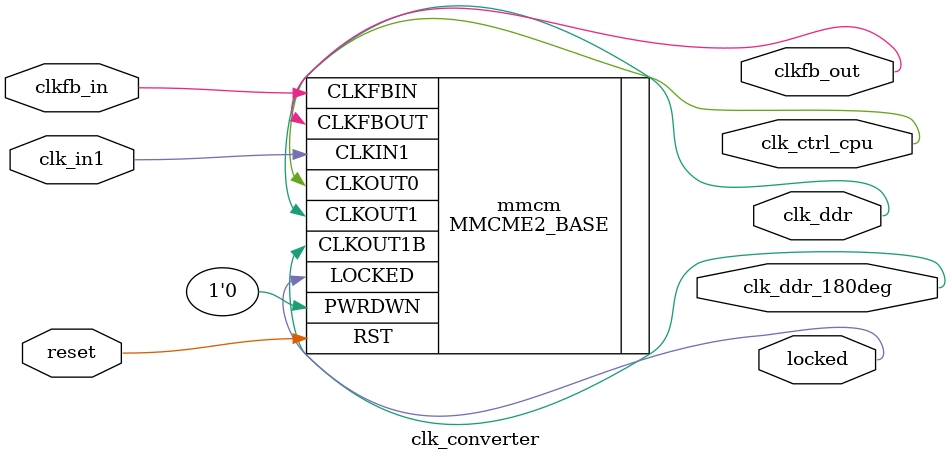
<source format=sv>
`timescale 1ns / 1ps

module clk_converter(
    input clk_in1,
    input reset,

    output clk_ctrl_cpu,
    output clk_ddr,
    output clk_ddr_180deg,

    output clkfb_out,
    input clkfb_in,

    output locked
);

MMCME2_BASE#(
    .DIVCLK_DIVIDE(4),
    .CLKFBOUT_MULT_F(49),
    .CLKIN1_PERIOD(20.000),     // 50MHz input clock
    .CLKOUT0_DIVIDE_F(7.5),     // 81.666667MHz output
    .CLKOUT1_DIVIDE(2)          // 306.250000MHz output
) mmcm(
    .CLKIN1(clk_in1),

    .CLKFBIN(clkfb_in),
    .CLKFBOUT(clkfb_out),

    .CLKOUT0(clk_ctrl_cpu),
    .CLKOUT1(clk_ddr),
    .CLKOUT1B(clk_ddr_180deg),

    .PWRDWN(1'b0),
    .RST(reset),
    .LOCKED(locked)
);

endmodule

</source>
